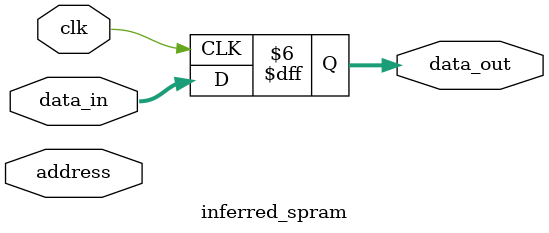
<source format=v>
`define WORD_SIZE 32
`define DEPTH_LOG2 3
`define RAM_DEPTH 2**3

module inferred_spram(
	clk,

	address,
	data_in,
	data_out
);

	input clk;
	input [`DEPTH_LOG2-1:0] address;
	input [`WORD_SIZE-1:0] data_in;
	
	output [`WORD_SIZE-1:0] data_out;

	reg  [`WORD_SIZE-1:0] mregs [`RAM_DEPTH-1:0];  

	always @ (posedge clk )
	begin
		data_out <= data_in;
		mregs[address] <= data_in;
	end

endmodule

</source>
